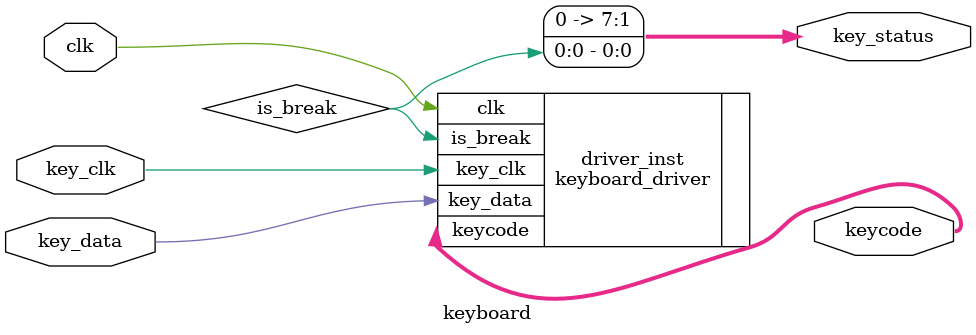
<source format=v>

module keyboard(input clk,
                input        key_clk,
                input        key_data,
                output [7:0] key_status,
                output [7:0] keycode);

   wire is_break;
   keyboard_driver driver_inst
     (.clk(clk),
      .key_clk(key_clk),
      .key_data(key_data),
      .keycode(keycode),
      .is_break(is_break));

   assign key_status = {7'b0, is_break};
endmodule

</source>
